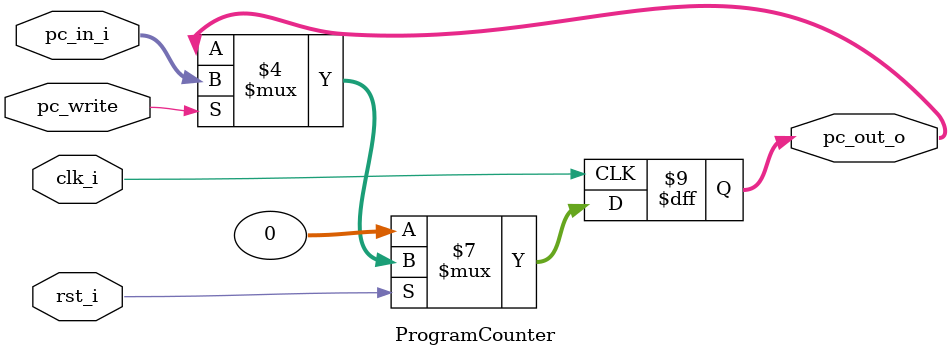
<source format=v>

`timescale 1ns/1ps
module ProgramCounter(
    clk_i,
	rst_i,
	pc_write,
	pc_in_i,
	pc_out_o
	);
     
//I/O ports
input           clk_i;
input	        rst_i;
input 			pc_write;
input  [32-1:0] pc_in_i;
output [32-1:0] pc_out_o;
 
//Internal Signals
reg    [32-1:0] pc_out_o;
 
//Parameter

    
//Main function
always @(posedge clk_i) begin
    if(~rst_i)
	    pc_out_o <= 0;
	else
		begin
			if(pc_write)	
				pc_out_o <= pc_in_i;
			else 
				pc_out_o <= pc_out_o;
		end
end

endmodule



                    
                    
</source>
